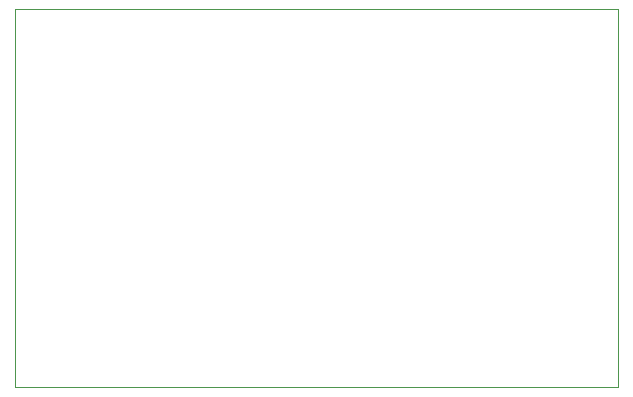
<source format=gbr>
%TF.GenerationSoftware,KiCad,Pcbnew,(5.1.12)-1*%
%TF.CreationDate,2023-08-22T11:28:01+05:30*%
%TF.ProjectId,auto street,6175746f-2073-4747-9265-65742e6b6963,rev?*%
%TF.SameCoordinates,Original*%
%TF.FileFunction,Profile,NP*%
%FSLAX46Y46*%
G04 Gerber Fmt 4.6, Leading zero omitted, Abs format (unit mm)*
G04 Created by KiCad (PCBNEW (5.1.12)-1) date 2023-08-22 11:28:01*
%MOMM*%
%LPD*%
G01*
G04 APERTURE LIST*
%TA.AperFunction,Profile*%
%ADD10C,0.050000*%
%TD*%
G04 APERTURE END LIST*
D10*
X192000000Y-105000000D02*
X192000000Y-107000000D01*
X243000000Y-105000000D02*
X192000000Y-105000000D01*
X243000000Y-137000000D02*
X243000000Y-105000000D01*
X192000000Y-137000000D02*
X243000000Y-137000000D01*
X192000000Y-107000000D02*
X192000000Y-137000000D01*
M02*

</source>
